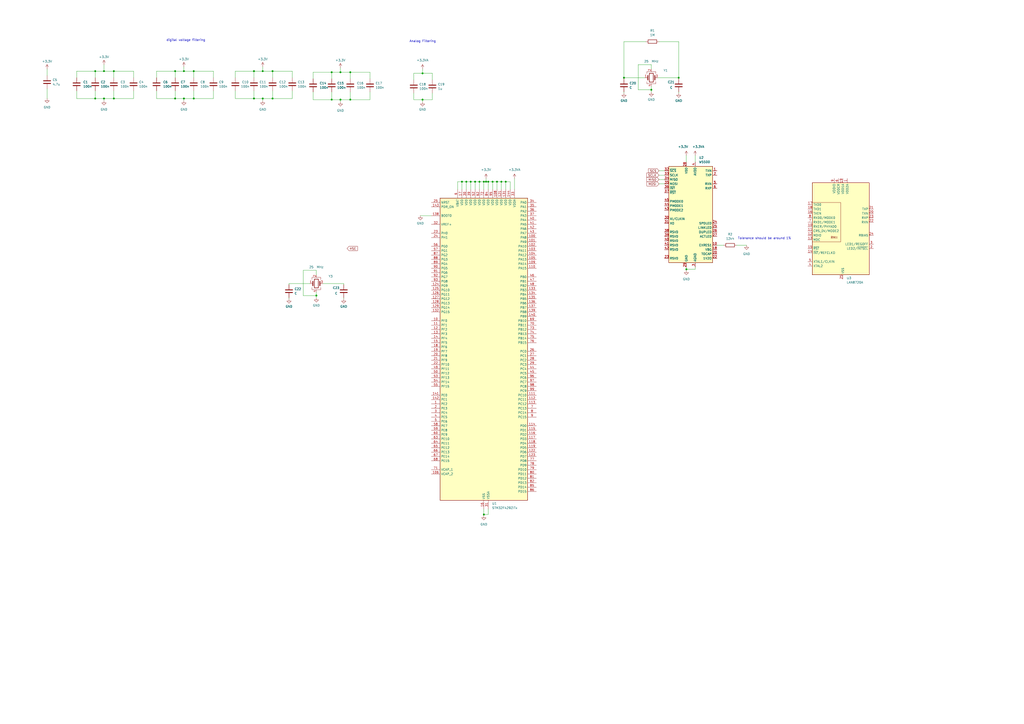
<source format=kicad_sch>
(kicad_sch (version 20230121) (generator eeschema)
  (paper "A2")
  (lib_symbols
    (symbol "Device:C" (pin_numbers hide) (pin_names (offset 0.254))
      (property "Reference" "C" (at 0.635 2.54 0))
      (property "Value" "C" (at 0.635 -2.54 0))
      (symbol "C_0_1"
        (polyline (pts (xy -2.032 -0.762) (xy 2.032 -0.762)) (stroke (width 0.508)))
        (polyline (pts (xy -2.032 0.762) (xy 2.032 0.762)) (stroke (width 0.508)))
      )
      (symbol "C_1_1"
        (pin passive line (at 0 3.81 270) (length 2.794) (name "~") (number "1"))
        (pin passive line (at 0 -3.81 90) (length 2.794) (name "~") (number "2"))
      )
    )
    (symbol "Device:Crystal_GND24" (pin_names (offset 1.016) hide)
      (property "Reference" "Y" (at 3.175 5.08 0))
      (property "Value" "Crystal_GND24" (at 3.175 3.175 0))
      (symbol "Crystal_GND24_0_1"
        (rectangle (start -1.143 2.54) (end 1.143 -2.54) (stroke (width 0.3048)))
        (polyline (pts (xy -2.54 0) (xy -2.032 0)))
        (polyline (pts (xy -2.032 -1.27) (xy -2.032 1.27)) (stroke (width 0.508)))
        (polyline (pts (xy 0 -3.81) (xy 0 -3.556)))
        (polyline (pts (xy 0 3.556) (xy 0 3.81)))
        (polyline (pts (xy 2.032 -1.27) (xy 2.032 1.27)) (stroke (width 0.508)))
        (polyline (pts (xy 2.032 0) (xy 2.54 0)))
        (polyline (pts (xy -2.54 -2.286) (xy -2.54 -3.556) (xy 2.54 -3.556) (xy 2.54 -2.286)))
        (polyline (pts (xy -2.54 2.286) (xy -2.54 3.556) (xy 2.54 3.556) (xy 2.54 2.286)))
      )
      (symbol "Crystal_GND24_1_1"
        (pin passive line (at -3.81 0 0) (length 1.27) (name "1") (number "1"))
        (pin passive line (at 0 5.08 270) (length 1.27) (name "2") (number "2"))
        (pin passive line (at 3.81 0 180) (length 1.27) (name "3") (number "3"))
        (pin passive line (at 0 -5.08 90) (length 1.27) (name "4") (number "4"))
      )
    )
    (symbol "Device:R" (pin_numbers hide) (pin_names (offset 0))
      (property "Reference" "R" (at 2.032 0 90))
      (property "Value" "R" (at 0 0 90))
      (symbol "R_0_1"
        (rectangle (start -1.016 -2.54) (end 1.016 2.54) (stroke (width 0.254)))
      )
      (symbol "R_1_1"
        (pin passive line (at 0 3.81 270) (length 1.27) (name "~") (number "1"))
        (pin passive line (at 0 -3.81 90) (length 1.27) (name "~") (number "2"))
      )
    )
    (symbol "Interface_Ethernet:LAN8720A"
      (property "Reference" "U" (at -13.97 29.21 0))
      (property "Value" "LAN8720A" (at 15.24 29.21 0))
      (symbol "LAN8720A_0_0"
        (text "RMII" (at -5.08 -3.81 0) (effects (font (size 1.27 1.27))))
      )
      (symbol "LAN8720A_0_1"
        (rectangle (start -17.78 27.94) (end 15.24 -25.4) (stroke (width 0.254)) (fill (type background)))
        (polyline (pts (xy -17.78 -6.35) (xy -1.27 -6.35) (xy -1.27 16.51) (xy -17.78 16.51)))
      )
      (symbol "LAN8720A_1_1"
        (pin power_in line (at 2.54 30.48 270) (length 2.54) (name "VDD2A") (number "1"))
        (pin output line (at -20.32 2.54 0) (length 2.54) (name "RXER/PHYAD0") (number "10"))
        (pin bidirectional line (at -20.32 0 0) (length 2.54) (name "CRS_DV/MODE2") (number "11"))
        (pin bidirectional line (at -20.32 -2.54 0) (length 2.54) (name "MDIO") (number "12"))
        (pin input line (at -20.32 -5.08 0) (length 2.54) (name "MDC") (number "13"))
        (pin output line (at -20.32 -12.7 0) (length 2.54) (name "~{INT}/REFCLKO") (number "14"))
        (pin input line (at -20.32 -10.16 0) (length 2.54) (name "~{RST}") (number "15"))
        (pin input line (at -20.32 10.16 0) (length 2.54) (name "TXEN") (number "16"))
        (pin input line (at -20.32 15.24 0) (length 2.54) (name "TXD0") (number "17"))
        (pin input line (at -20.32 12.7 0) (length 2.54) (name "TXD1") (number "18"))
        (pin power_in line (at 0 30.48 270) (length 2.54) (name "VDD1A") (number "19"))
        (pin bidirectional line (at 17.78 -10.16 180) (length 2.54) (name "LED2/~{INTSEL}") (number "2"))
        (pin bidirectional line (at 17.78 10.16 180) (length 2.54) (name "TXN") (number "20"))
        (pin bidirectional line (at 17.78 12.7 180) (length 2.54) (name "TXP") (number "21"))
        (pin bidirectional line (at 17.78 5.08 180) (length 2.54) (name "RXN") (number "22"))
        (pin bidirectional line (at 17.78 7.62 180) (length 2.54) (name "RXP") (number "23"))
        (pin passive line (at 17.78 -2.54 180) (length 2.54) (name "RBIAS") (number "24"))
        (pin power_in line (at 0 -27.94 90) (length 2.54) (name "VSS") (number "25"))
        (pin bidirectional line (at 17.78 -7.62 180) (length 2.54) (name "LED1/REGOFF") (number "3"))
        (pin output line (at -20.32 -20.32 0) (length 2.54) (name "XTAL2") (number "4"))
        (pin input line (at -20.32 -17.78 0) (length 2.54) (name "XTAL1/CLKIN") (number "5"))
        (pin power_in line (at -2.54 30.48 270) (length 2.54) (name "VDDCR") (number "6"))
        (pin bidirectional line (at -20.32 5.08 0) (length 2.54) (name "RXD1/MODE1") (number "7"))
        (pin bidirectional line (at -20.32 7.62 0) (length 2.54) (name "RXD0/MODE0") (number "8"))
        (pin power_in line (at -5.08 30.48 270) (length 2.54) (name "VDDIO") (number "9"))
      )
    )
    (symbol "Interface_Ethernet:W5500"
      (property "Reference" "U" (at -11.43 29.21 0))
      (property "Value" "W5500" (at 8.89 29.21 0))
      (symbol "W5500_0_1"
        (rectangle (start -12.7 27.94) (end 12.7 -27.94) (stroke (width 0.254)) (fill (type background)))
      )
      (symbol "W5500_1_1"
        (pin output line (at 15.24 25.4 180) (length 2.54) (name "TXN") (number "1"))
        (pin passive line (at 15.24 -17.78 180) (length 2.54) (name "EXRES1") (number "10"))
        (pin passive line (at 2.54 30.48 270) (length 2.54) hide (name "AVDD") (number "11"))
        (pin no_connect line (at 12.7 7.62 180) (length 2.54) hide (name "NC") (number "12"))
        (pin no_connect line (at 12.7 5.08 180) (length 2.54) hide (name "NC") (number "13"))
        (pin passive line (at 2.54 -30.48 90) (length 2.54) hide (name "AGND") (number "14"))
        (pin passive line (at 2.54 30.48 270) (length 2.54) hide (name "AVDD") (number "15"))
        (pin passive line (at 2.54 -30.48 90) (length 2.54) hide (name "AGND") (number "16"))
        (pin passive line (at 2.54 30.48 270) (length 2.54) hide (name "AVDD") (number "17"))
        (pin passive line (at 15.24 -20.32 180) (length 2.54) (name "VBG") (number "18"))
        (pin passive line (at 2.54 -30.48 90) (length 2.54) hide (name "AGND") (number "19"))
        (pin output line (at 15.24 22.86 180) (length 2.54) (name "TXP") (number "2"))
        (pin passive line (at 15.24 -22.86 180) (length 2.54) (name "TOCAP") (number "20"))
        (pin passive line (at 2.54 30.48 270) (length 2.54) hide (name "AVDD") (number "21"))
        (pin output line (at 15.24 -25.4 180) (length 2.54) (name "1V2O") (number "22"))
        (pin input line (at -15.24 -25.4 0) (length 2.54) (name "RSVD") (number "23"))
        (pin output line (at 15.24 -5.08 180) (length 2.54) (name "SPDLED") (number "24"))
        (pin output line (at 15.24 -7.62 180) (length 2.54) (name "LINKLED") (number "25"))
        (pin output line (at 15.24 -10.16 180) (length 2.54) (name "DUPLED") (number "26"))
        (pin output line (at 15.24 -12.7 180) (length 2.54) (name "ACTLED") (number "27"))
        (pin power_in line (at -2.54 30.48 270) (length 2.54) (name "VDD") (number "28"))
        (pin power_in line (at -2.54 -30.48 90) (length 2.54) (name "GND") (number "29"))
        (pin power_in line (at 2.54 -30.48 90) (length 2.54) (name "AGND") (number "3"))
        (pin input line (at -15.24 -2.54 0) (length 2.54) (name "XI/CLKIN") (number "30"))
        (pin output line (at -15.24 -5.08 0) (length 2.54) (name "XO") (number "31"))
        (pin input line (at -15.24 25.4 0) (length 2.54) (name "~{SCS}") (number "32"))
        (pin input line (at -15.24 22.86 0) (length 2.54) (name "SCLK") (number "33"))
        (pin output line (at -15.24 20.32 0) (length 2.54) (name "MISO") (number "34"))
        (pin input line (at -15.24 17.78 0) (length 2.54) (name "MOSI") (number "35"))
        (pin input line (at -15.24 15.24 0) (length 2.54) (name "~{INT}") (number "36"))
        (pin input line (at -15.24 12.7 0) (length 2.54) (name "~{RST}") (number "37"))
        (pin input line (at -15.24 -10.16 0) (length 2.54) (name "RSVD") (number "38"))
        (pin input line (at -15.24 -12.7 0) (length 2.54) (name "RSVD") (number "39"))
        (pin power_in line (at 2.54 30.48 270) (length 2.54) (name "AVDD") (number "4"))
        (pin input line (at -15.24 -15.24 0) (length 2.54) (name "RSVD") (number "40"))
        (pin input line (at -15.24 -17.78 0) (length 2.54) (name "RSVD") (number "41"))
        (pin input line (at -15.24 -20.32 0) (length 2.54) (name "RSVD") (number "42"))
        (pin input line (at -15.24 2.54 0) (length 2.54) (name "PMODE2") (number "43"))
        (pin input line (at -15.24 5.08 0) (length 2.54) (name "PMODE1") (number "44"))
        (pin input line (at -15.24 7.62 0) (length 2.54) (name "PMODE0") (number "45"))
        (pin no_connect line (at 12.7 2.54 180) (length 2.54) hide (name "NC") (number "46"))
        (pin no_connect line (at 12.7 0 180) (length 2.54) hide (name "NC") (number "47"))
        (pin passive line (at 2.54 -30.48 90) (length 2.54) hide (name "AGND") (number "48"))
        (pin input line (at 15.24 17.78 180) (length 2.54) (name "RXN") (number "5"))
        (pin input line (at 15.24 15.24 180) (length 2.54) (name "RXP") (number "6"))
        (pin no_connect line (at 12.7 10.16 180) (length 2.54) hide (name "DNC") (number "7"))
        (pin passive line (at 2.54 30.48 270) (length 2.54) hide (name "AVDD") (number "8"))
        (pin passive line (at 2.54 -30.48 90) (length 2.54) hide (name "AGND") (number "9"))
      )
    )
    (symbol "MCU_ST_STM32F4:STM32F429ZITx"
      (property "Reference" "U" (at -25.4 90.17 0))
      (property "Value" "STM32F429ZITx" (at 20.32 90.17 0))
      (symbol "STM32F429ZITx_0_1"
        (rectangle (start -25.4 -86.36) (end 25.4 88.9) (stroke (width 0.254)) (fill (type background)))
      )
      (symbol "STM32F429ZITx_1_1"
        (pin bidirectional line (at -30.48 -30.48 0) (length 5.08) (name "PE2") (number "1"))
        (pin bidirectional line (at -30.48 17.78 0) (length 5.08) (name "PF0") (number "10"))
        (pin bidirectional line (at 30.48 66.04 180) (length 5.08) (name "PA8") (number "100"))
        (pin bidirectional line (at 30.48 63.5 180) (length 5.08) (name "PA9") (number "101"))
        (pin bidirectional line (at 30.48 60.96 180) (length 5.08) (name "PA10") (number "102"))
        (pin bidirectional line (at 30.48 58.42 180) (length 5.08) (name "PA11") (number "103"))
        (pin bidirectional line (at 30.48 55.88 180) (length 5.08) (name "PA12") (number "104"))
        (pin bidirectional line (at 30.48 53.34 180) (length 5.08) (name "PA13") (number "105"))
        (pin power_out line (at -30.48 -71.12 0) (length 5.08) (name "VCAP_2") (number "106"))
        (pin passive line (at 0 -91.44 90) (length 5.08) hide (name "VSS") (number "107"))
        (pin power_in line (at 7.62 93.98 270) (length 5.08) (name "VDD") (number "108"))
        (pin bidirectional line (at 30.48 50.8 180) (length 5.08) (name "PA14") (number "109"))
        (pin bidirectional line (at -30.48 15.24 0) (length 5.08) (name "PF1") (number "11"))
        (pin bidirectional line (at 30.48 48.26 180) (length 5.08) (name "PA15") (number "110"))
        (pin bidirectional line (at 30.48 -25.4 180) (length 5.08) (name "PC10") (number "111"))
        (pin bidirectional line (at 30.48 -27.94 180) (length 5.08) (name "PC11") (number "112"))
        (pin bidirectional line (at 30.48 -30.48 180) (length 5.08) (name "PC12") (number "113"))
        (pin bidirectional line (at 30.48 -43.18 180) (length 5.08) (name "PD0") (number "114"))
        (pin bidirectional line (at 30.48 -45.72 180) (length 5.08) (name "PD1") (number "115"))
        (pin bidirectional line (at 30.48 -48.26 180) (length 5.08) (name "PD2") (number "116"))
        (pin bidirectional line (at 30.48 -50.8 180) (length 5.08) (name "PD3") (number "117"))
        (pin bidirectional line (at 30.48 -53.34 180) (length 5.08) (name "PD4") (number "118"))
        (pin bidirectional line (at 30.48 -55.88 180) (length 5.08) (name "PD5") (number "119"))
        (pin bidirectional line (at -30.48 12.7 0) (length 5.08) (name "PF2") (number "12"))
        (pin passive line (at 0 -91.44 90) (length 5.08) hide (name "VSS") (number "120"))
        (pin power_in line (at 10.16 93.98 270) (length 5.08) (name "VDD") (number "121"))
        (pin bidirectional line (at 30.48 -58.42 180) (length 5.08) (name "PD6") (number "122"))
        (pin bidirectional line (at 30.48 -60.96 180) (length 5.08) (name "PD7") (number "123"))
        (pin bidirectional line (at -30.48 38.1 0) (length 5.08) (name "PG9") (number "124"))
        (pin bidirectional line (at -30.48 35.56 0) (length 5.08) (name "PG10") (number "125"))
        (pin bidirectional line (at -30.48 33.02 0) (length 5.08) (name "PG11") (number "126"))
        (pin bidirectional line (at -30.48 30.48 0) (length 5.08) (name "PG12") (number "127"))
        (pin bidirectional line (at -30.48 27.94 0) (length 5.08) (name "PG13") (number "128"))
        (pin bidirectional line (at -30.48 25.4 0) (length 5.08) (name "PG14") (number "129"))
        (pin bidirectional line (at -30.48 10.16 0) (length 5.08) (name "PF3") (number "13"))
        (pin passive line (at 0 -91.44 90) (length 5.08) hide (name "VSS") (number "130"))
        (pin power_in line (at 12.7 93.98 270) (length 5.08) (name "VDD") (number "131"))
        (pin bidirectional line (at -30.48 22.86 0) (length 5.08) (name "PG15") (number "132"))
        (pin bidirectional line (at 30.48 35.56 180) (length 5.08) (name "PB3") (number "133"))
        (pin bidirectional line (at 30.48 33.02 180) (length 5.08) (name "PB4") (number "134"))
        (pin bidirectional line (at 30.48 30.48 180) (length 5.08) (name "PB5") (number "135"))
        (pin bidirectional line (at 30.48 27.94 180) (length 5.08) (name "PB6") (number "136"))
        (pin bidirectional line (at 30.48 25.4 180) (length 5.08) (name "PB7") (number "137"))
        (pin input line (at -30.48 78.74 0) (length 5.08) (name "BOOT0") (number "138"))
        (pin bidirectional line (at 30.48 22.86 180) (length 5.08) (name "PB8") (number "139"))
        (pin bidirectional line (at -30.48 7.62 0) (length 5.08) (name "PF4") (number "14"))
        (pin bidirectional line (at 30.48 20.32 180) (length 5.08) (name "PB9") (number "140"))
        (pin bidirectional line (at -30.48 -25.4 0) (length 5.08) (name "PE0") (number "141"))
        (pin bidirectional line (at -30.48 -27.94 0) (length 5.08) (name "PE1") (number "142"))
        (pin input line (at -30.48 83.82 0) (length 5.08) (name "PDR_ON") (number "143"))
        (pin power_in line (at 15.24 93.98 270) (length 5.08) (name "VDD") (number "144"))
        (pin bidirectional line (at -30.48 5.08 0) (length 5.08) (name "PF5") (number "15"))
        (pin power_in line (at 0 -91.44 90) (length 5.08) (name "VSS") (number "16"))
        (pin power_in line (at -12.7 93.98 270) (length 5.08) (name "VDD") (number "17"))
        (pin bidirectional line (at -30.48 2.54 0) (length 5.08) (name "PF6") (number "18"))
        (pin bidirectional line (at -30.48 0 0) (length 5.08) (name "PF7") (number "19"))
        (pin bidirectional line (at -30.48 -33.02 0) (length 5.08) (name "PE3") (number "2"))
        (pin bidirectional line (at -30.48 -2.54 0) (length 5.08) (name "PF8") (number "20"))
        (pin bidirectional line (at -30.48 -5.08 0) (length 5.08) (name "PF9") (number "21"))
        (pin bidirectional line (at -30.48 -7.62 0) (length 5.08) (name "PF10") (number "22"))
        (pin bidirectional line (at -30.48 68.58 0) (length 5.08) (name "PH0") (number "23"))
        (pin bidirectional line (at -30.48 66.04 0) (length 5.08) (name "PH1") (number "24"))
        (pin input line (at -30.48 86.36 0) (length 5.08) (name "NRST") (number "25"))
        (pin bidirectional line (at 30.48 0 180) (length 5.08) (name "PC0") (number "26"))
        (pin bidirectional line (at 30.48 -2.54 180) (length 5.08) (name "PC1") (number "27"))
        (pin bidirectional line (at 30.48 -5.08 180) (length 5.08) (name "PC2") (number "28"))
        (pin bidirectional line (at 30.48 -7.62 180) (length 5.08) (name "PC3") (number "29"))
        (pin bidirectional line (at -30.48 -35.56 0) (length 5.08) (name "PE4") (number "3"))
        (pin power_in line (at -10.16 93.98 270) (length 5.08) (name "VDD") (number "30"))
        (pin power_in line (at 2.54 -91.44 90) (length 5.08) (name "VSSA") (number "31"))
        (pin input line (at -30.48 73.66 0) (length 5.08) (name "VREF+") (number "32"))
        (pin power_in line (at 17.78 93.98 270) (length 5.08) (name "VDDA") (number "33"))
        (pin bidirectional line (at 30.48 86.36 180) (length 5.08) (name "PA0") (number "34"))
        (pin bidirectional line (at 30.48 83.82 180) (length 5.08) (name "PA1") (number "35"))
        (pin bidirectional line (at 30.48 81.28 180) (length 5.08) (name "PA2") (number "36"))
        (pin bidirectional line (at 30.48 78.74 180) (length 5.08) (name "PA3") (number "37"))
        (pin passive line (at 0 -91.44 90) (length 5.08) hide (name "VSS") (number "38"))
        (pin power_in line (at -7.62 93.98 270) (length 5.08) (name "VDD") (number "39"))
        (pin bidirectional line (at -30.48 -38.1 0) (length 5.08) (name "PE5") (number "4"))
        (pin bidirectional line (at 30.48 76.2 180) (length 5.08) (name "PA4") (number "40"))
        (pin bidirectional line (at 30.48 73.66 180) (length 5.08) (name "PA5") (number "41"))
        (pin bidirectional line (at 30.48 71.12 180) (length 5.08) (name "PA6") (number "42"))
        (pin bidirectional line (at 30.48 68.58 180) (length 5.08) (name "PA7") (number "43"))
        (pin bidirectional line (at 30.48 -10.16 180) (length 5.08) (name "PC4") (number "44"))
        (pin bidirectional line (at 30.48 -12.7 180) (length 5.08) (name "PC5") (number "45"))
        (pin bidirectional line (at 30.48 43.18 180) (length 5.08) (name "PB0") (number "46"))
        (pin bidirectional line (at 30.48 40.64 180) (length 5.08) (name "PB1") (number "47"))
        (pin bidirectional line (at 30.48 38.1 180) (length 5.08) (name "PB2") (number "48"))
        (pin bidirectional line (at -30.48 -10.16 0) (length 5.08) (name "PF11") (number "49"))
        (pin bidirectional line (at -30.48 -40.64 0) (length 5.08) (name "PE6") (number "5"))
        (pin bidirectional line (at -30.48 -12.7 0) (length 5.08) (name "PF12") (number "50"))
        (pin passive line (at 0 -91.44 90) (length 5.08) hide (name "VSS") (number "51"))
        (pin power_in line (at -5.08 93.98 270) (length 5.08) (name "VDD") (number "52"))
        (pin bidirectional line (at -30.48 -15.24 0) (length 5.08) (name "PF13") (number "53"))
        (pin bidirectional line (at -30.48 -17.78 0) (length 5.08) (name "PF14") (number "54"))
        (pin bidirectional line (at -30.48 -20.32 0) (length 5.08) (name "PF15") (number "55"))
        (pin bidirectional line (at -30.48 60.96 0) (length 5.08) (name "PG0") (number "56"))
        (pin bidirectional line (at -30.48 58.42 0) (length 5.08) (name "PG1") (number "57"))
        (pin bidirectional line (at -30.48 -43.18 0) (length 5.08) (name "PE7") (number "58"))
        (pin bidirectional line (at -30.48 -45.72 0) (length 5.08) (name "PE8") (number "59"))
        (pin power_in line (at -15.24 93.98 270) (length 5.08) (name "VBAT") (number "6"))
        (pin bidirectional line (at -30.48 -48.26 0) (length 5.08) (name "PE9") (number "60"))
        (pin passive line (at 0 -91.44 90) (length 5.08) hide (name "VSS") (number "61"))
        (pin power_in line (at -2.54 93.98 270) (length 5.08) (name "VDD") (number "62"))
        (pin bidirectional line (at -30.48 -50.8 0) (length 5.08) (name "PE10") (number "63"))
        (pin bidirectional line (at -30.48 -53.34 0) (length 5.08) (name "PE11") (number "64"))
        (pin bidirectional line (at -30.48 -55.88 0) (length 5.08) (name "PE12") (number "65"))
        (pin bidirectional line (at -30.48 -58.42 0) (length 5.08) (name "PE13") (number "66"))
        (pin bidirectional line (at -30.48 -60.96 0) (length 5.08) (name "PE14") (number "67"))
        (pin bidirectional line (at -30.48 -63.5 0) (length 5.08) (name "PE15") (number "68"))
        (pin bidirectional line (at 30.48 17.78 180) (length 5.08) (name "PB10") (number "69"))
        (pin bidirectional line (at 30.48 -33.02 180) (length 5.08) (name "PC13") (number "7"))
        (pin bidirectional line (at 30.48 15.24 180) (length 5.08) (name "PB11") (number "70"))
        (pin power_out line (at -30.48 -68.58 0) (length 5.08) (name "VCAP_1") (number "71"))
        (pin power_in line (at 0 93.98 270) (length 5.08) (name "VDD") (number "72"))
        (pin bidirectional line (at 30.48 12.7 180) (length 5.08) (name "PB12") (number "73"))
        (pin bidirectional line (at 30.48 10.16 180) (length 5.08) (name "PB13") (number "74"))
        (pin bidirectional line (at 30.48 7.62 180) (length 5.08) (name "PB14") (number "75"))
        (pin bidirectional line (at 30.48 5.08 180) (length 5.08) (name "PB15") (number "76"))
        (pin bidirectional line (at 30.48 -63.5 180) (length 5.08) (name "PD8") (number "77"))
        (pin bidirectional line (at 30.48 -66.04 180) (length 5.08) (name "PD9") (number "78"))
        (pin bidirectional line (at 30.48 -68.58 180) (length 5.08) (name "PD10") (number "79"))
        (pin bidirectional line (at 30.48 -35.56 180) (length 5.08) (name "PC14") (number "8"))
        (pin bidirectional line (at 30.48 -71.12 180) (length 5.08) (name "PD11") (number "80"))
        (pin bidirectional line (at 30.48 -73.66 180) (length 5.08) (name "PD12") (number "81"))
        (pin bidirectional line (at 30.48 -76.2 180) (length 5.08) (name "PD13") (number "82"))
        (pin passive line (at 0 -91.44 90) (length 5.08) hide (name "VSS") (number "83"))
        (pin power_in line (at 2.54 93.98 270) (length 5.08) (name "VDD") (number "84"))
        (pin bidirectional line (at 30.48 -78.74 180) (length 5.08) (name "PD14") (number "85"))
        (pin bidirectional line (at 30.48 -81.28 180) (length 5.08) (name "PD15") (number "86"))
        (pin bidirectional line (at -30.48 55.88 0) (length 5.08) (name "PG2") (number "87"))
        (pin bidirectional line (at -30.48 53.34 0) (length 5.08) (name "PG3") (number "88"))
        (pin bidirectional line (at -30.48 50.8 0) (length 5.08) (name "PG4") (number "89"))
        (pin bidirectional line (at 30.48 -38.1 180) (length 5.08) (name "PC15") (number "9"))
        (pin bidirectional line (at -30.48 48.26 0) (length 5.08) (name "PG5") (number "90"))
        (pin bidirectional line (at -30.48 45.72 0) (length 5.08) (name "PG6") (number "91"))
        (pin bidirectional line (at -30.48 43.18 0) (length 5.08) (name "PG7") (number "92"))
        (pin bidirectional line (at -30.48 40.64 0) (length 5.08) (name "PG8") (number "93"))
        (pin passive line (at 0 -91.44 90) (length 5.08) hide (name "VSS") (number "94"))
        (pin power_in line (at 5.08 93.98 270) (length 5.08) (name "VDD") (number "95"))
        (pin bidirectional line (at 30.48 -15.24 180) (length 5.08) (name "PC6") (number "96"))
        (pin bidirectional line (at 30.48 -17.78 180) (length 5.08) (name "PC7") (number "97"))
        (pin bidirectional line (at 30.48 -20.32 180) (length 5.08) (name "PC8") (number "98"))
        (pin bidirectional line (at 30.48 -22.86 180) (length 5.08) (name "PC9") (number "99"))
      )
    )
    (symbol "power:+3.3V" (power) (pin_names (offset 0))
      (property "Value" "+3.3V" (at 0 3.556 0))
      (symbol "+3.3V_0_1"
        (polyline (pts (xy -0.762 1.27) (xy 0 2.54)))
        (polyline (pts (xy 0 0) (xy 0 2.54)))
        (polyline (pts (xy 0 2.54) (xy 0.762 1.27)))
      )
      (symbol "+3.3V_1_1"
        (pin power_in line (at 0 0 90) (length 0) hide (name "+3.3V") (number "1"))
      )
    )
    (symbol "power:+3.3VA" (power) (pin_names (offset 0))
      (property "Value" "+3.3VA" (at 0 3.556 0))
      (symbol "+3.3VA_0_1"
        (polyline (pts (xy -0.762 1.27) (xy 0 2.54)))
        (polyline (pts (xy 0 0) (xy 0 2.54)))
        (polyline (pts (xy 0 2.54) (xy 0.762 1.27)))
      )
      (symbol "+3.3VA_1_1"
        (pin power_in line (at 0 0 90) (length 0) hide (name "+3.3VA") (number "1"))
      )
    )
    (symbol "power:GND" (power) (pin_names (offset 0))
      (property "Value" "GND" (at 0 -3.81 0))
      (symbol "GND_0_1"
        (polyline (pts (xy 0 0) (xy 0 -1.27) (xy 1.27 -1.27) (xy 0 -2.54) (xy -1.27 -1.27) (xy 0 -1.27)))
      )
      (symbol "GND_1_1"
        (pin power_in line (at 0 0 270) (length 0) hide (name "GND") (number "1"))
      )
    )
  )
  (junction (at 278.13 105.41))
  (junction (at 377.825 52.07))
  (junction (at 101.6 57.15))
  (junction (at 245.11 57.785))
  (junction (at 273.05 105.41))
  (junction (at 158.115 57.15))
  (junction (at 285.75 105.41))
  (junction (at 203.2 57.785))
  (junction (at 281.94 105.41))
  (junction (at 158.115 41.275))
  (junction (at 192.405 41.91))
  (junction (at 245.11 42.545))
  (junction (at 288.29 105.41))
  (junction (at 398.145 156.21))
  (junction (at 361.95 45.085))
  (junction (at 106.68 57.15))
  (junction (at 267.97 105.41))
  (junction (at 290.83 105.41))
  (junction (at 55.245 57.15))
  (junction (at 192.405 57.785))
  (junction (at 183.515 171.45))
  (junction (at 203.2 41.91))
  (junction (at 197.485 41.91))
  (junction (at 280.67 298.45))
  (junction (at 66.04 57.15))
  (junction (at 152.4 41.275))
  (junction (at 293.37 105.41))
  (junction (at 283.21 105.41))
  (junction (at 275.59 105.41))
  (junction (at 60.325 57.15))
  (junction (at 147.32 41.275))
  (junction (at 60.325 41.275))
  (junction (at 101.6 41.275))
  (junction (at 393.7 45.085))
  (junction (at 112.395 57.15))
  (junction (at 112.395 41.275))
  (junction (at 147.32 57.15))
  (junction (at 55.245 41.275))
  (junction (at 270.51 105.41))
  (junction (at 197.485 57.785))
  (junction (at 280.67 105.41))
  (junction (at 152.4 57.15))
  (junction (at 66.04 41.275))
  (junction (at 106.68 41.275))
  (wire (pts (xy 136.525 57.15) (xy 147.32 57.15)))
  (wire (pts (xy 267.97 109.855) (xy 267.97 105.41)))
  (wire (pts (xy 136.525 52.705) (xy 136.525 57.15)))
  (wire (pts (xy 112.395 41.275) (xy 112.395 45.085)))
  (wire (pts (xy 295.91 105.41) (xy 295.91 109.855)))
  (wire (pts (xy 44.45 45.085) (xy 44.45 41.275)))
  (wire (pts (xy 381.635 45.085) (xy 393.7 45.085)))
  (wire (pts (xy 55.245 57.15) (xy 60.325 57.15)))
  (wire (pts (xy 101.6 41.275) (xy 101.6 45.085)))
  (wire (pts (xy 377.825 37.465) (xy 370.205 37.465)))
  (wire (pts (xy 175.895 156.845) (xy 175.895 171.45)))
  (wire (pts (xy 393.7 53.975) (xy 393.7 53.34)))
  (wire (pts (xy 90.805 52.705) (xy 90.805 57.15)))
  (wire (pts (xy 152.4 58.42) (xy 152.4 57.15)))
  (wire (pts (xy 293.37 105.41) (xy 293.37 109.855)))
  (wire (pts (xy 361.95 24.13) (xy 374.65 24.13)))
  (wire (pts (xy 283.21 105.41) (xy 283.21 109.855)))
  (wire (pts (xy 285.75 105.41) (xy 285.75 109.855)))
  (wire (pts (xy 403.225 90.17) (xy 403.225 93.98)))
  (wire (pts (xy 398.145 90.17) (xy 398.145 93.98)))
  (wire (pts (xy 27.305 40.005) (xy 27.305 43.815)))
  (wire (pts (xy 243.84 125.095) (xy 250.19 125.095)))
  (wire (pts (xy 197.485 57.785) (xy 203.2 57.785)))
  (wire (pts (xy 167.64 173.355) (xy 167.64 172.72)))
  (wire (pts (xy 278.13 105.41) (xy 280.67 105.41)))
  (wire (pts (xy 197.485 41.91) (xy 203.2 41.91)))
  (wire (pts (xy 147.32 57.15) (xy 147.32 52.705)))
  (wire (pts (xy 183.515 159.385) (xy 183.515 156.845)))
  (wire (pts (xy 152.4 41.275) (xy 158.115 41.275)))
  (wire (pts (xy 245.11 57.785) (xy 245.11 59.055)))
  (wire (pts (xy 433.07 142.24) (xy 427.355 142.24)))
  (wire (pts (xy 270.51 109.855) (xy 270.51 105.41)))
  (wire (pts (xy 203.2 57.785) (xy 214.63 57.785)))
  (wire (pts (xy 214.63 41.91) (xy 214.63 45.72)))
  (wire (pts (xy 181.61 41.91) (xy 192.405 41.91)))
  (wire (pts (xy 203.2 41.91) (xy 214.63 41.91)))
  (wire (pts (xy 393.7 45.085) (xy 393.7 45.72)))
  (wire (pts (xy 281.94 105.41) (xy 283.21 105.41)))
  (wire (pts (xy 158.115 41.275) (xy 169.545 41.275)))
  (wire (pts (xy 280.67 105.41) (xy 280.67 109.855)))
  (wire (pts (xy 106.68 58.42) (xy 106.68 57.15)))
  (wire (pts (xy 192.405 41.91) (xy 197.485 41.91)))
  (wire (pts (xy 77.47 41.275) (xy 77.47 45.085)))
  (wire (pts (xy 66.04 41.275) (xy 66.04 45.085)))
  (wire (pts (xy 288.29 105.41) (xy 288.29 109.855)))
  (wire (pts (xy 199.39 164.465) (xy 199.39 165.1)))
  (wire (pts (xy 90.805 41.275) (xy 101.6 41.275)))
  (wire (pts (xy 398.145 156.845) (xy 398.145 156.21)))
  (wire (pts (xy 158.115 57.15) (xy 158.115 52.705)))
  (wire (pts (xy 199.39 173.355) (xy 199.39 172.72)))
  (wire (pts (xy 44.45 52.705) (xy 44.45 57.15)))
  (wire (pts (xy 265.43 109.855) (xy 265.43 105.41)))
  (wire (pts (xy 158.115 57.15) (xy 169.545 57.15)))
  (wire (pts (xy 403.225 154.94) (xy 403.225 156.21)))
  (wire (pts (xy 60.325 58.42) (xy 60.325 57.15)))
  (wire (pts (xy 152.4 38.735) (xy 152.4 41.275)))
  (wire (pts (xy 382.27 104.14) (xy 385.445 104.14)))
  (wire (pts (xy 393.7 24.13) (xy 393.7 45.085)))
  (wire (pts (xy 415.925 142.24) (xy 419.735 142.24)))
  (wire (pts (xy 290.83 105.41) (xy 290.83 109.855)))
  (wire (pts (xy 27.305 57.15) (xy 27.305 51.435)))
  (wire (pts (xy 112.395 41.275) (xy 123.825 41.275)))
  (wire (pts (xy 377.825 50.165) (xy 377.825 52.07)))
  (wire (pts (xy 382.27 24.13) (xy 393.7 24.13)))
  (wire (pts (xy 370.205 52.07) (xy 377.825 52.07)))
  (wire (pts (xy 179.705 164.465) (xy 167.64 164.465)))
  (wire (pts (xy 112.395 57.15) (xy 112.395 52.705)))
  (wire (pts (xy 382.27 101.6) (xy 385.445 101.6)))
  (wire (pts (xy 60.325 57.15) (xy 66.04 57.15)))
  (wire (pts (xy 403.225 156.21) (xy 398.145 156.21)))
  (wire (pts (xy 245.11 57.785) (xy 250.825 57.785)))
  (wire (pts (xy 183.515 156.845) (xy 175.895 156.845)))
  (wire (pts (xy 250.825 57.785) (xy 250.825 53.975)))
  (wire (pts (xy 245.11 40.005) (xy 245.11 42.545)))
  (wire (pts (xy 290.83 105.41) (xy 293.37 105.41)))
  (wire (pts (xy 273.05 105.41) (xy 273.05 109.855)))
  (wire (pts (xy 197.485 59.055) (xy 197.485 57.785)))
  (wire (pts (xy 197.485 39.37) (xy 197.485 41.91)))
  (wire (pts (xy 275.59 105.41) (xy 278.13 105.41)))
  (wire (pts (xy 278.13 105.41) (xy 278.13 109.855)))
  (wire (pts (xy 101.6 41.275) (xy 106.68 41.275)))
  (wire (pts (xy 112.395 57.15) (xy 123.825 57.15)))
  (wire (pts (xy 187.325 164.465) (xy 199.39 164.465)))
  (wire (pts (xy 240.03 46.355) (xy 240.03 42.545)))
  (wire (pts (xy 240.03 42.545) (xy 245.11 42.545)))
  (wire (pts (xy 283.21 298.45) (xy 283.21 295.275)))
  (wire (pts (xy 265.43 105.41) (xy 267.97 105.41)))
  (wire (pts (xy 152.4 57.15) (xy 158.115 57.15)))
  (wire (pts (xy 288.29 105.41) (xy 290.83 105.41)))
  (wire (pts (xy 270.51 105.41) (xy 273.05 105.41)))
  (wire (pts (xy 374.015 45.085) (xy 361.95 45.085)))
  (wire (pts (xy 136.525 41.275) (xy 147.32 41.275)))
  (wire (pts (xy 136.525 41.275) (xy 136.525 45.085)))
  (wire (pts (xy 66.04 41.275) (xy 77.47 41.275)))
  (wire (pts (xy 361.95 45.085) (xy 361.95 24.13)))
  (wire (pts (xy 169.545 57.15) (xy 169.545 52.705)))
  (wire (pts (xy 181.61 57.785) (xy 192.405 57.785)))
  (wire (pts (xy 181.61 41.91) (xy 181.61 45.72)))
  (wire (pts (xy 377.825 52.07) (xy 377.825 53.34)))
  (wire (pts (xy 106.68 57.15) (xy 112.395 57.15)))
  (wire (pts (xy 101.6 57.15) (xy 106.68 57.15)))
  (wire (pts (xy 55.245 41.275) (xy 60.325 41.275)))
  (wire (pts (xy 245.11 42.545) (xy 250.825 42.545)))
  (wire (pts (xy 382.27 99.06) (xy 385.445 99.06)))
  (wire (pts (xy 181.61 53.34) (xy 181.61 57.785)))
  (wire (pts (xy 60.325 41.275) (xy 66.04 41.275)))
  (wire (pts (xy 66.04 57.15) (xy 77.47 57.15)))
  (wire (pts (xy 203.2 57.785) (xy 203.2 53.34)))
  (wire (pts (xy 90.805 57.15) (xy 101.6 57.15)))
  (wire (pts (xy 214.63 57.785) (xy 214.63 53.34)))
  (wire (pts (xy 123.825 41.275) (xy 123.825 45.085)))
  (wire (pts (xy 106.68 41.275) (xy 112.395 41.275)))
  (wire (pts (xy 55.245 52.705) (xy 55.245 57.15)))
  (wire (pts (xy 77.47 57.15) (xy 77.47 52.705)))
  (wire (pts (xy 147.32 41.275) (xy 152.4 41.275)))
  (wire (pts (xy 158.115 41.275) (xy 158.115 45.085)))
  (wire (pts (xy 44.45 57.15) (xy 55.245 57.15)))
  (wire (pts (xy 192.405 57.785) (xy 192.405 53.34)))
  (wire (pts (xy 280.67 295.275) (xy 280.67 298.45)))
  (wire (pts (xy 240.03 53.975) (xy 240.03 57.785)))
  (wire (pts (xy 147.32 57.15) (xy 152.4 57.15)))
  (wire (pts (xy 273.05 105.41) (xy 275.59 105.41)))
  (wire (pts (xy 280.67 299.085) (xy 280.67 298.45)))
  (wire (pts (xy 398.145 156.21) (xy 398.145 154.94)))
  (wire (pts (xy 101.6 57.15) (xy 101.6 52.705)))
  (wire (pts (xy 106.68 38.735) (xy 106.68 41.275)))
  (wire (pts (xy 192.405 57.785) (xy 197.485 57.785)))
  (wire (pts (xy 55.245 41.275) (xy 55.245 45.085)))
  (wire (pts (xy 283.21 105.41) (xy 285.75 105.41)))
  (wire (pts (xy 240.03 57.785) (xy 245.11 57.785)))
  (wire (pts (xy 167.64 164.465) (xy 167.64 165.1)))
  (wire (pts (xy 123.825 57.15) (xy 123.825 52.705)))
  (wire (pts (xy 44.45 41.275) (xy 55.245 41.275)))
  (wire (pts (xy 175.895 171.45) (xy 183.515 171.45)))
  (wire (pts (xy 192.405 41.91) (xy 192.405 45.72)))
  (wire (pts (xy 377.825 40.005) (xy 377.825 37.465)))
  (wire (pts (xy 281.94 103.505) (xy 281.94 105.41)))
  (wire (pts (xy 183.515 171.45) (xy 183.515 172.72)))
  (wire (pts (xy 280.67 298.45) (xy 283.21 298.45)))
  (wire (pts (xy 293.37 105.41) (xy 295.91 105.41)))
  (wire (pts (xy 203.2 41.91) (xy 203.2 45.72)))
  (wire (pts (xy 169.545 41.275) (xy 169.545 45.085)))
  (wire (pts (xy 361.95 53.975) (xy 361.95 53.34)))
  (wire (pts (xy 60.325 37.465) (xy 60.325 41.275)))
  (wire (pts (xy 147.32 41.275) (xy 147.32 45.085)))
  (wire (pts (xy 66.04 52.705) (xy 66.04 57.15)))
  (wire (pts (xy 382.27 106.68) (xy 385.445 106.68)))
  (wire (pts (xy 250.825 42.545) (xy 250.825 46.355)))
  (wire (pts (xy 361.95 45.085) (xy 361.95 45.72)))
  (wire (pts (xy 280.67 105.41) (xy 281.94 105.41)))
  (wire (pts (xy 370.205 37.465) (xy 370.205 52.07)))
  (wire (pts (xy 267.97 105.41) (xy 270.51 105.41)))
  (wire (pts (xy 183.515 169.545) (xy 183.515 171.45)))
  (wire (pts (xy 90.805 41.275) (xy 90.805 45.085)))
  (wire (pts (xy 275.59 105.41) (xy 275.59 109.855)))
  (wire (pts (xy 285.75 105.41) (xy 288.29 105.41)))
  (wire (pts (xy 298.45 103.505) (xy 298.45 109.855)))
  (text "Tolerance should be around 1% \n" (at 427.99 139.065 0) (effects (font (size 1.27 1.27)) (justify left bottom)))
  (text "Analog Filtering \n" (at 237.49 24.765 0) (effects (font (size 1.27 1.27)) (justify left bottom)))
  (text "digital voltage filtering \n" (at 96.52 24.13 0) (effects (font (size 1.27 1.27)) (justify left bottom)))
  (global_label "SCLK" (shape input) (at 382.27 101.6 180) (property "Intersheetrefs" "${INTERSHEET_REFS}" (effects hide)))
  (global_label "SCS" (shape input) (at 382.27 99.06 180) (property "Intersheetrefs" "${INTERSHEET_REFS}" (effects hide)))
  (global_label "HSE" (shape input) (at 201.295 144.145 0) (property "Intersheetrefs" "${INTERSHEET_REFS}" (effects hide)))
  (global_label "MOSI" (shape input) (at 382.27 106.68 180) (property "Intersheetrefs" "${INTERSHEET_REFS}" (effects hide)))
  (global_label "MISO" (shape input) (at 382.27 104.14 180) (property "Intersheetrefs" "${INTERSHEET_REFS}" (effects hide)))
  (symbol (lib_id "Device:C") (at 55.245 48.895 0) (unit 1)
    (property "Reference" "C2" (at 58.42 47.625 0) (effects (justify left)))
    (property "Value" "100n" (at 58.42 50.165 0) (effects (justify left)))
  )
  (symbol (lib_id "power:+3.3V") (at 152.4 38.735 0) (unit 1)
    (property "Reference" "#PWR04" (effects hide))
    (property "Value" "+3.3V" (at 152.4 34.29 0))
  )
  (symbol (lib_id "Device:R") (at 423.545 142.24 90) (unit 1)
    (property "Reference" "R2" (at 423.545 135.89 90))
    (property "Value" "12k4" (at 423.545 138.43 90))
  )
  (symbol (lib_id "power:GND") (at 183.515 172.72 0) (unit 1)
    (property "Reference" "#PWR025" (effects hide))
    (property "Value" "GND" (at 183.515 177.165 0))
  )
  (symbol (lib_id "Device:C") (at 123.825 48.895 0) (unit 1)
    (property "Reference" "C9" (at 127 47.625 0) (effects (justify left)))
    (property "Value" "100n" (at 127 50.165 0) (effects (justify left)))
  )
  (symbol (lib_id "power:+3.3VA") (at 245.11 40.005 0) (unit 1)
    (property "Reference" "#PWR012" (effects hide))
    (property "Value" "+3.3VA" (at 245.11 34.925 0))
  )
  (symbol (lib_id "power:+3.3VA") (at 403.225 90.17 0) (unit 1)
    (property "Reference" "#PWR018" (effects hide))
    (property "Value" "+3.3VA" (at 405.13 85.09 0))
  )
  (symbol (lib_id "power:GND") (at 106.68 58.42 0) (unit 1)
    (property "Reference" "#PWR06" (effects hide))
    (property "Value" "GND" (at 106.68 63.5 0))
  )
  (symbol (lib_id "Device:C") (at 393.7 49.53 0) (unit 1)
    (property "Reference" "C21" (at 387.35 47.625 0) (effects (justify left)))
    (property "Value" "C" (at 388.62 50.8 0) (effects (justify left)))
  )
  (symbol (lib_id "Device:C") (at 199.39 168.91 0) (unit 1)
    (property "Reference" "C23" (at 193.04 167.005 0) (effects (justify left)))
    (property "Value" "C" (at 194.31 170.18 0) (effects (justify left)))
  )
  (symbol (lib_id "power:+3.3V") (at 27.305 40.005 0) (unit 1)
    (property "Reference" "#PWR09" (effects hide))
    (property "Value" "+3.3V" (at 27.305 35.56 0))
  )
  (symbol (lib_id "Device:C") (at 169.545 48.895 0) (unit 1)
    (property "Reference" "C13" (at 172.72 47.625 0) (effects (justify left)))
    (property "Value" "100n" (at 172.72 50.165 0) (effects (justify left)))
  )
  (symbol (lib_id "Device:C") (at 77.47 48.895 0) (unit 1)
    (property "Reference" "C4" (at 80.645 47.625 0) (effects (justify left)))
    (property "Value" "100n" (at 80.645 50.165 0) (effects (justify left)))
  )
  (symbol (lib_id "Device:Crystal_GND24") (at 377.825 45.085 0) (unit 1)
    (property "Reference" "Y1" (at 386.08 40.8941 0))
    (property "Value" "25  MHz" (at 377.825 35.56 0))
  )
  (symbol (lib_id "MCU_ST_STM32F4:STM32F429ZITx") (at 280.67 203.835 0) (unit 1)
    (property "Reference" "U1" (at 285.4041 292.1 0) (effects (justify left)))
    (property "Value" "STM32F429ZITx" (at 285.4041 294.64 0) (effects (justify left)))
    (property "Footprint" "Package_QFP:LQFP-144_20x20mm_P0.5mm" (effects hide))
    (property "Datasheet" "https://www.st.com/resource/en/datasheet/stm32f429zi.pdf" (effects hide))
  )
  (symbol (lib_id "Device:C") (at 240.03 50.165 0) (unit 1)
    (property "Reference" "C18" (at 243.205 48.895 0) (effects (justify left)))
    (property "Value" "100n" (at 243.205 51.435 0) (effects (justify left)))
  )
  (symbol (lib_id "power:+3.3V") (at 398.145 90.17 0) (unit 1)
    (property "Reference" "#PWR015" (effects hide))
    (property "Value" "+3.3V" (at 396.24 85.09 0))
  )
  (symbol (lib_id "Device:C") (at 361.95 49.53 0) (unit 1)
    (property "Reference" "C20" (at 365.125 48.26 0) (effects (justify left)))
    (property "Value" "C" (at 365.125 50.8 0) (effects (justify left)))
  )
  (symbol (lib_id "Device:C") (at 192.405 49.53 0) (unit 1)
    (property "Reference" "C15" (at 195.58 48.26 0) (effects (justify left)))
    (property "Value" "100n" (at 195.58 50.8 0) (effects (justify left)))
  )
  (symbol (lib_id "Device:C") (at 203.2 49.53 0) (unit 1)
    (property "Reference" "C16" (at 207.01 48.26 0) (effects (justify left)))
    (property "Value" "100n" (at 207.01 50.8 0) (effects (justify left)))
  )
  (symbol (lib_id "power:+3.3V") (at 281.94 103.505 0) (unit 1)
    (property "Reference" "#PWR013" (effects hide))
    (property "Value" "+3.3V" (at 281.94 98.425 0))
  )
  (symbol (lib_id "power:GND") (at 280.67 299.085 0) (unit 1)
    (property "Reference" "#PWR017" (effects hide))
    (property "Value" "GND" (at 280.67 304.165 0))
  )
  (symbol (lib_id "power:GND") (at 199.39 173.355 0) (unit 1)
    (property "Reference" "#PWR026" (effects hide))
    (property "Value" "GND" (at 199.39 177.8 0))
  )
  (symbol (lib_id "Device:R") (at 378.46 24.13 90) (unit 1)
    (property "Reference" "R1" (at 378.46 17.78 90))
    (property "Value" "1M" (at 378.46 20.32 90))
  )
  (symbol (lib_id "power:GND") (at 197.485 59.055 0) (unit 1)
    (property "Reference" "#PWR08" (effects hide))
    (property "Value" "GND" (at 197.485 64.135 0))
  )
  (symbol (lib_id "power:GND") (at 152.4 58.42 0) (unit 1)
    (property "Reference" "#PWR07" (effects hide))
    (property "Value" "GND" (at 152.4 63.5 0))
  )
  (symbol (lib_id "Device:C") (at 214.63 49.53 0) (unit 1)
    (property "Reference" "C17" (at 217.805 48.26 0) (effects (justify left)))
    (property "Value" "100n" (at 217.805 50.8 0) (effects (justify left)))
  )
  (symbol (lib_id "power:GND") (at 243.84 125.095 0) (unit 1)
    (property "Reference" "#PWR023" (effects hide))
    (property "Value" "GND" (at 243.84 129.54 0))
  )
  (symbol (lib_id "power:+3.3VA") (at 298.45 103.505 0) (unit 1)
    (property "Reference" "#PWR014" (effects hide))
    (property "Value" "+3.3VA" (at 298.45 98.425 0))
  )
  (symbol (lib_id "Device:C") (at 181.61 49.53 0) (unit 1)
    (property "Reference" "C14" (at 185.42 48.26 0) (effects (justify left)))
    (property "Value" "100n" (at 185.42 50.8 0) (effects (justify left)))
  )
  (symbol (lib_id "power:GND") (at 361.95 53.975 0) (unit 1)
    (property "Reference" "#PWR020" (effects hide))
    (property "Value" "GND" (at 361.95 58.42 0))
  )
  (symbol (lib_id "power:+3.3V") (at 60.325 37.465 0) (unit 1)
    (property "Reference" "#PWR01" (effects hide))
    (property "Value" "+3.3V" (at 60.325 33.02 0))
  )
  (symbol (lib_id "power:GND") (at 393.7 53.975 0) (unit 1)
    (property "Reference" "#PWR021" (effects hide))
    (property "Value" "GND" (at 393.7 58.42 0))
  )
  (symbol (lib_id "power:GND") (at 167.64 173.355 0) (unit 1)
    (property "Reference" "#PWR024" (effects hide))
    (property "Value" "GND" (at 167.64 177.8 0))
  )
  (symbol (lib_id "power:GND") (at 60.325 58.42 0) (unit 1)
    (property "Reference" "#PWR02" (effects hide))
    (property "Value" "GND" (at 60.325 63.5 0))
  )
  (symbol (lib_id "Device:C") (at 101.6 48.895 0) (unit 1)
    (property "Reference" "C7" (at 104.775 47.625 0) (effects (justify left)))
    (property "Value" "100n" (at 104.775 50.165 0) (effects (justify left)))
  )
  (symbol (lib_id "power:GND") (at 433.07 142.24 0) (unit 1)
    (property "Reference" "#PWR022" (effects hide))
    (property "Value" "GND" (at 433.07 147.32 0))
  )
  (symbol (lib_id "power:GND") (at 245.11 59.055 0) (unit 1)
    (property "Reference" "#PWR011" (effects hide))
    (property "Value" "GND" (at 245.11 63.5 0))
  )
  (symbol (lib_id "power:+3.3V") (at 197.485 39.37 0) (unit 1)
    (property "Reference" "#PWR05" (effects hide))
    (property "Value" "+3.3V" (at 197.485 34.925 0))
  )
  (symbol (lib_id "Device:C") (at 158.115 48.895 0) (unit 1)
    (property "Reference" "C12" (at 161.925 47.625 0) (effects (justify left)))
    (property "Value" "100n" (at 161.925 50.165 0) (effects (justify left)))
  )
  (symbol (lib_id "Device:C") (at 250.825 50.165 0) (unit 1)
    (property "Reference" "C19" (at 254 48.895 0) (effects (justify left)))
    (property "Value" "1u" (at 254 51.435 0) (effects (justify left)))
  )
  (symbol (lib_id "Device:Crystal_GND24") (at 183.515 164.465 0) (unit 1)
    (property "Reference" "Y3" (at 191.77 160.2741 0))
    (property "Value" "25  MHz" (at 183.515 154.94 0))
  )
  (symbol (lib_id "Device:C") (at 167.64 168.91 0) (unit 1)
    (property "Reference" "C22" (at 170.815 167.64 0) (effects (justify left)))
    (property "Value" "C" (at 170.815 170.18 0) (effects (justify left)))
  )
  (symbol (lib_id "Device:C") (at 27.305 47.625 0) (unit 1)
    (property "Reference" "C5" (at 30.48 46.355 0) (effects (justify left)))
    (property "Value" "4.7u" (at 30.48 48.895 0) (effects (justify left)))
  )
  (symbol (lib_id "Device:C") (at 44.45 48.895 0) (unit 1)
    (property "Reference" "C1" (at 48.26 47.625 0) (effects (justify left)))
    (property "Value" "100n" (at 48.26 50.165 0) (effects (justify left)))
  )
  (symbol (lib_id "Device:C") (at 66.04 48.895 0) (unit 1)
    (property "Reference" "C3" (at 69.85 47.625 0) (effects (justify left)))
    (property "Value" "100n" (at 69.85 50.165 0) (effects (justify left)))
  )
  (symbol (lib_id "Device:C") (at 90.805 48.895 0) (unit 1)
    (property "Reference" "C6" (at 94.615 47.625 0) (effects (justify left)))
    (property "Value" "100n" (at 94.615 50.165 0) (effects (justify left)))
  )
  (symbol (lib_id "power:GND") (at 398.145 156.845 0) (unit 1)
    (property "Reference" "#PWR016" (effects hide))
    (property "Value" "GND" (at 398.145 161.925 0))
  )
  (symbol (lib_id "power:+3.3V") (at 106.68 38.735 0) (unit 1)
    (property "Reference" "#PWR03" (effects hide))
    (property "Value" "+3.3V" (at 106.68 34.29 0))
  )
  (symbol (lib_id "Interface_Ethernet:LAN8720A") (at 488.95 133.985 0) (unit 1)
    (property "Reference" "U3" (at 491.1441 161.29 0) (effects (justify left)))
    (property "Value" "LAN8720A" (at 491.1441 163.83 0) (effects (justify left)))
    (property "Footprint" "Package_DFN_QFN:VQFN-24-1EP_4x4mm_P0.5mm_EP2.5x2.5mm_ThermalVias" (effects hide))
    (property "Datasheet" "http://ww1.microchip.com/downloads/en/DeviceDoc/8720a.pdf" (effects hide))
  )
  (symbol (lib_id "Device:C") (at 136.525 48.895 0) (unit 1)
    (property "Reference" "C10" (at 140.335 47.625 0) (effects (justify left)))
    (property "Value" "100n" (at 139.7 50.165 0) (effects (justify left)))
  )
  (symbol (lib_id "power:GND") (at 27.305 57.15 0) (unit 1)
    (property "Reference" "#PWR010" (effects hide))
    (property "Value" "GND" (at 27.305 62.23 0))
  )
  (symbol (lib_id "power:GND") (at 377.825 53.34 0) (unit 1)
    (property "Reference" "#PWR019" (effects hide))
    (property "Value" "GND" (at 377.825 57.785 0))
  )
  (symbol (lib_id "Device:C") (at 112.395 48.895 0) (unit 1)
    (property "Reference" "C8" (at 116.205 47.625 0) (effects (justify left)))
    (property "Value" "100n" (at 116.205 50.165 0) (effects (justify left)))
  )
  (symbol (lib_id "Device:C") (at 147.32 48.895 0) (unit 1)
    (property "Reference" "C11" (at 150.495 47.625 0) (effects (justify left)))
    (property "Value" "100n" (at 150.495 50.165 0) (effects (justify left)))
  )
  (symbol (lib_id "Interface_Ethernet:W5500") (at 400.685 124.46 0) (unit 1)
    (property "Reference" "U2" (at 405.4191 91.44 0) (effects (justify left)))
    (property "Value" "W5500" (at 405.4191 93.98 0) (effects (justify left)))
    (property "Footprint" "Package_QFP:LQFP-48_7x7mm_P0.5mm" (effects hide))
    (property "Datasheet" "http://wizwiki.net/wiki/lib/exe/fetch.php/products:w5500:w5500_ds_v109e.pdf" (effects hide))
  )
)
</source>
